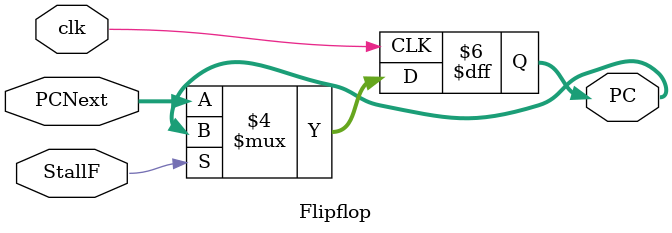
<source format=v>
`timescale 1ns / 1ps


module Flipflop(
        input clk,StallF,                // Clock input
        input [31:0] PCNext,      // Next Program Counter value
        output reg [31:0] PC      // Current Program Counter value
    );
    
        always @(posedge clk) begin
            if (StallF)
                PC <= PC;       // Reset the PC to 0 on reset signal
            else
                PC <= PCNext;      // Update PC to the next value on clock edge
        end
         initial
         PC = 32'd0;
endmodule

</source>
